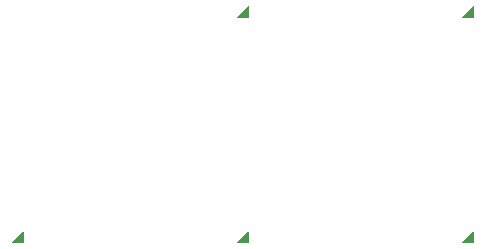
<source format=gbo>
G04 #@! TF.GenerationSoftware,KiCad,Pcbnew,9.0.2*
G04 #@! TF.CreationDate,2025-08-01T12:28:15-04:00*
G04 #@! TF.ProjectId,hackpad,6861636b-7061-4642-9e6b-696361645f70,rev?*
G04 #@! TF.SameCoordinates,Original*
G04 #@! TF.FileFunction,Legend,Bot*
G04 #@! TF.FilePolarity,Positive*
%FSLAX46Y46*%
G04 Gerber Fmt 4.6, Leading zero omitted, Abs format (unit mm)*
G04 Created by KiCad (PCBNEW 9.0.2) date 2025-08-01 12:28:15*
%MOMM*%
%LPD*%
G01*
G04 APERTURE LIST*
%ADD10C,0.100000*%
G04 APERTURE END LIST*
D10*
X73720000Y-70479999D02*
X72820000Y-70479999D01*
X73720000Y-69579999D01*
X73720000Y-70479999D01*
G36*
X73720000Y-70479999D02*
G01*
X72820000Y-70479999D01*
X73720000Y-69579999D01*
X73720000Y-70479999D01*
G37*
X73710000Y-89549999D02*
X72810000Y-89549999D01*
X73710000Y-88649999D01*
X73710000Y-89549999D01*
G36*
X73710000Y-89549999D02*
G01*
X72810000Y-89549999D01*
X73710000Y-88649999D01*
X73710000Y-89549999D01*
G37*
X92770000Y-70479999D02*
X91870000Y-70479999D01*
X92770000Y-69579999D01*
X92770000Y-70479999D01*
G36*
X92770000Y-70479999D02*
G01*
X91870000Y-70479999D01*
X92770000Y-69579999D01*
X92770000Y-70479999D01*
G37*
X92740000Y-89559999D02*
X91840000Y-89559999D01*
X92740000Y-88659999D01*
X92740000Y-89559999D01*
G36*
X92740000Y-89559999D02*
G01*
X91840000Y-89559999D01*
X92740000Y-88659999D01*
X92740000Y-89559999D01*
G37*
X54660000Y-89549999D02*
X53760000Y-89549999D01*
X54660000Y-88649999D01*
X54660000Y-89549999D01*
G36*
X54660000Y-89549999D02*
G01*
X53760000Y-89549999D01*
X54660000Y-88649999D01*
X54660000Y-89549999D01*
G37*
M02*

</source>
